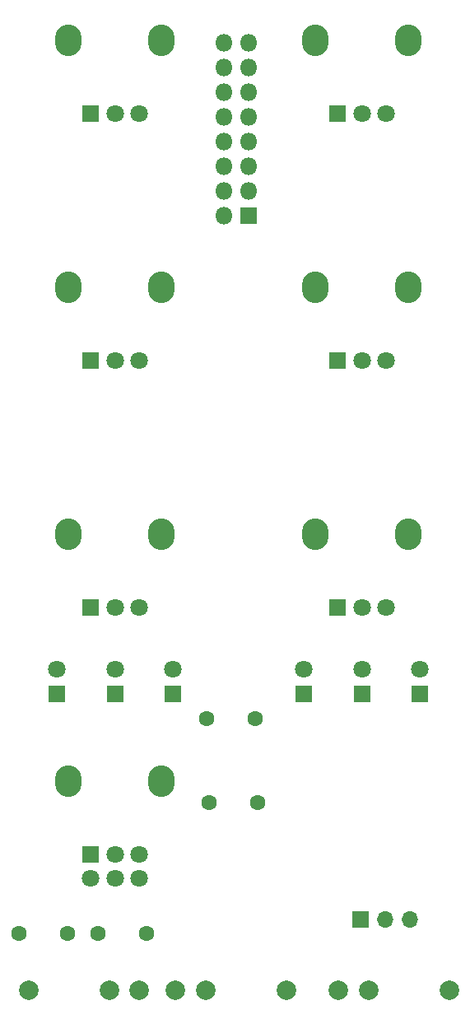
<source format=gbr>
%TF.GenerationSoftware,KiCad,Pcbnew,8.0.7*%
%TF.CreationDate,2025-01-10T16:02:57-05:00*%
%TF.ProjectId,output module,6f757470-7574-4206-9d6f-64756c652e6b,B*%
%TF.SameCoordinates,Original*%
%TF.FileFunction,Soldermask,Top*%
%TF.FilePolarity,Negative*%
%FSLAX46Y46*%
G04 Gerber Fmt 4.6, Leading zero omitted, Abs format (unit mm)*
G04 Created by KiCad (PCBNEW 8.0.7) date 2025-01-10 16:02:57*
%MOMM*%
%LPD*%
G01*
G04 APERTURE LIST*
%ADD10C,1.600000*%
%ADD11O,2.720000X3.240000*%
%ADD12R,1.800000X1.800000*%
%ADD13C,1.800000*%
%ADD14C,2.000000*%
%ADD15R,1.700000X1.700000*%
%ADD16O,1.700000X1.700000*%
%ADD17O,1.800000X1.800000*%
G04 APERTURE END LIST*
D10*
%TO.C,C7*%
X98766000Y-135890000D03*
X93766000Y-135890000D03*
%TD*%
%TO.C,C6*%
X98512000Y-127254000D03*
X93512000Y-127254000D03*
%TD*%
%TO.C,C5*%
X74208000Y-149352000D03*
X79208000Y-149352000D03*
%TD*%
D11*
%TO.C,RV2*%
X79274000Y-82924000D03*
X88874000Y-82924000D03*
D12*
X81574000Y-90424000D03*
D13*
X84074000Y-90424000D03*
X86574000Y-90424000D03*
%TD*%
D11*
%TO.C,RV6*%
X104674000Y-82924000D03*
X114274000Y-82924000D03*
D12*
X106974000Y-90424000D03*
D13*
X109474000Y-90424000D03*
X111974000Y-90424000D03*
%TD*%
D12*
%TO.C,D14*%
X78105000Y-124714000D03*
D13*
X78105000Y-122174000D03*
%TD*%
D11*
%TO.C,RV1*%
X79274000Y-57524000D03*
X88874000Y-57524000D03*
D12*
X81574000Y-65024000D03*
D13*
X84074000Y-65024000D03*
X86574000Y-65024000D03*
%TD*%
D12*
%TO.C,D13*%
X84074000Y-124714000D03*
D13*
X84074000Y-122174000D03*
%TD*%
D14*
%TO.C,J2*%
X90294000Y-155194000D03*
X101694000Y-155194000D03*
X93394000Y-155194000D03*
%TD*%
D11*
%TO.C,RV7*%
X104674000Y-108324000D03*
X114274000Y-108324000D03*
D12*
X106974000Y-115824000D03*
D13*
X109474000Y-115824000D03*
X111974000Y-115824000D03*
%TD*%
D14*
%TO.C,J3*%
X107091000Y-155194000D03*
X118491000Y-155194000D03*
X110191000Y-155194000D03*
%TD*%
D11*
%TO.C,RV3*%
X79274000Y-108324000D03*
X88874000Y-108324000D03*
D12*
X81574000Y-115824000D03*
D13*
X84074000Y-115824000D03*
X86574000Y-115824000D03*
%TD*%
D11*
%TO.C,RV4*%
X79324000Y-133724000D03*
X88824000Y-133724000D03*
D12*
X81574000Y-141224000D03*
D13*
X84074000Y-141224000D03*
X86574000Y-141224000D03*
X81574000Y-143724000D03*
X84074000Y-143724000D03*
X86574000Y-143724000D03*
%TD*%
D14*
%TO.C,J1*%
X86584000Y-155194000D03*
X75184000Y-155194000D03*
X83484000Y-155194000D03*
%TD*%
D12*
%TO.C,D5*%
X103505000Y-124714000D03*
D13*
X103505000Y-122174000D03*
%TD*%
D12*
%TO.C,D12*%
X90043000Y-124714000D03*
D13*
X90043000Y-122174000D03*
%TD*%
D12*
%TO.C,D7*%
X115443000Y-124714000D03*
D13*
X115443000Y-122174000D03*
%TD*%
D12*
%TO.C,D6*%
X109474000Y-124714000D03*
D13*
X109474000Y-122174000D03*
%TD*%
D15*
%TO.C,J4*%
X109362000Y-147955000D03*
D16*
X111902000Y-147955000D03*
X114442000Y-147955000D03*
%TD*%
D12*
%TO.C,J6*%
X97790000Y-75565000D03*
D17*
X95250000Y-75565000D03*
X97790000Y-73025000D03*
X95250000Y-73025000D03*
X97790000Y-70485000D03*
X95250000Y-70485000D03*
X97790000Y-67945000D03*
X95250000Y-67945000D03*
X97790000Y-65405000D03*
X95250000Y-65405000D03*
X97790000Y-62865000D03*
X95250000Y-62865000D03*
X97790000Y-60325000D03*
X95252858Y-60325000D03*
X97790000Y-57785000D03*
X95250000Y-57785000D03*
%TD*%
D11*
%TO.C,RV5*%
X104674000Y-57524000D03*
X114274000Y-57524000D03*
D12*
X106974000Y-65024000D03*
D13*
X109474000Y-65024000D03*
X111974000Y-65024000D03*
%TD*%
D10*
%TO.C,C4*%
X82296000Y-149352000D03*
X87296000Y-149352000D03*
%TD*%
M02*

</source>
